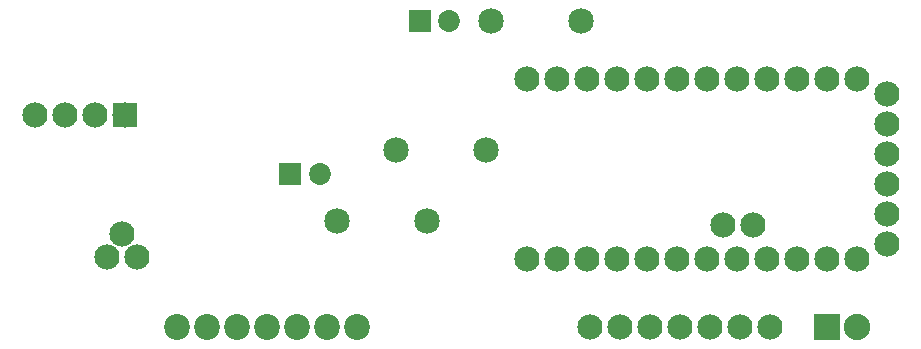
<source format=gbs>
G04 MADE WITH FRITZING*
G04 WWW.FRITZING.ORG*
G04 DOUBLE SIDED*
G04 HOLES PLATED*
G04 CONTOUR ON CENTER OF CONTOUR VECTOR*
%ASAXBY*%
%FSLAX23Y23*%
%MOIN*%
%OFA0B0*%
%SFA1.0B1.0*%
%ADD10C,0.084000*%
%ADD11C,0.086500*%
%ADD12C,0.085000*%
%ADD13C,0.072992*%
%ADD14C,0.088000*%
%ADD15R,0.084000X0.084000*%
%ADD16R,0.072992X0.072992*%
%ADD17R,0.088000X0.088000*%
%LNMASK0*%
G90*
G70*
G54D10*
X2668Y789D03*
X2568Y789D03*
X2468Y789D03*
X2368Y789D03*
X2268Y789D03*
X2168Y789D03*
X2068Y789D03*
X517Y1497D03*
X417Y1497D03*
X317Y1497D03*
X217Y1497D03*
G54D11*
X693Y789D03*
X793Y789D03*
X893Y789D03*
X993Y789D03*
X1093Y789D03*
X1193Y789D03*
X1293Y789D03*
G54D12*
X2038Y1812D03*
X1738Y1812D03*
X1526Y1143D03*
X1226Y1143D03*
X1723Y1379D03*
X1423Y1379D03*
G54D10*
X457Y1025D03*
X507Y1100D03*
X557Y1025D03*
G54D13*
X1069Y1301D03*
X1167Y1301D03*
X1502Y1812D03*
X1600Y1812D03*
G54D10*
X3058Y1066D03*
X3058Y1166D03*
X3058Y1266D03*
X3058Y1366D03*
X3058Y1466D03*
X3058Y1566D03*
X2958Y1016D03*
X2858Y1016D03*
X2758Y1016D03*
X2658Y1016D03*
X2558Y1016D03*
X2613Y1131D03*
X2513Y1131D03*
X2458Y1016D03*
X2358Y1016D03*
X2258Y1016D03*
X2158Y1016D03*
X2058Y1016D03*
X1958Y1016D03*
X1858Y1016D03*
X1858Y1616D03*
X1958Y1616D03*
X2058Y1616D03*
X2158Y1616D03*
X2258Y1616D03*
X2358Y1616D03*
X2458Y1616D03*
X2558Y1616D03*
X2658Y1616D03*
X2758Y1616D03*
X2858Y1616D03*
X2958Y1616D03*
G54D14*
X2858Y789D03*
X2958Y789D03*
G54D15*
X517Y1497D03*
G54D16*
X1069Y1301D03*
X1502Y1812D03*
G54D17*
X2858Y789D03*
G04 End of Mask0*
M02*
</source>
